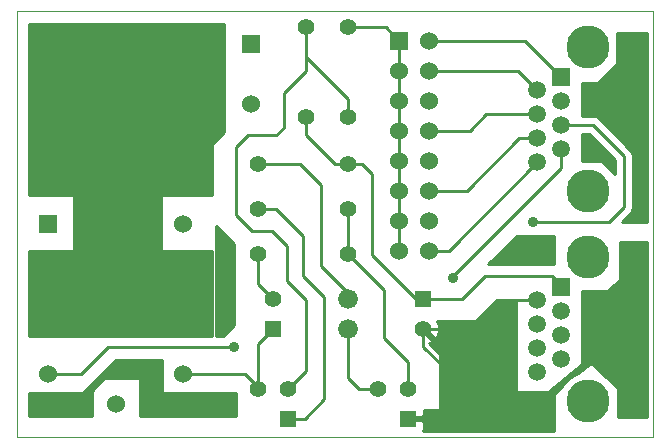
<source format=gbl>
G04 (created by PCBNEW (22-Jun-2014 BZR 4027)-stable) date Cts 25 Nis 2020 13:37:24 +03*
%MOIN*%
G04 Gerber Fmt 3.4, Leading zero omitted, Abs format*
%FSLAX34Y34*%
G01*
G70*
G90*
G04 APERTURE LIST*
%ADD10C,0.00590551*%
%ADD11C,0.00393701*%
%ADD12C,0.1437*%
%ADD13R,0.0591X0.0591*%
%ADD14C,0.0591*%
%ADD15R,0.055X0.055*%
%ADD16C,0.055*%
%ADD17R,0.06X0.06*%
%ADD18C,0.06*%
%ADD19C,0.066*%
%ADD20C,0.035*%
%ADD21C,0.01*%
G04 APERTURE END LIST*
G54D10*
G54D11*
X6450Y-6400D02*
X6450Y-6450D01*
X27650Y-6400D02*
X27650Y-6450D01*
X6450Y-6400D02*
X27650Y-6400D01*
X6450Y-6500D02*
X6450Y-6450D01*
X6450Y-20600D02*
X6450Y-6500D01*
X27650Y-20600D02*
X6450Y-20600D01*
X27650Y-6450D02*
X27650Y-20600D01*
G54D12*
X25500Y-7600D03*
X25500Y-12400D03*
G54D13*
X24600Y-8600D03*
G54D14*
X23800Y-9050D03*
X24600Y-9400D03*
X23800Y-9850D03*
X24600Y-10200D03*
X23800Y-10650D03*
X24600Y-11000D03*
X23800Y-11450D03*
G54D15*
X19500Y-20000D03*
G54D16*
X19500Y-19000D03*
X18500Y-19000D03*
G54D15*
X15500Y-20000D03*
G54D16*
X15500Y-19000D03*
X14500Y-19000D03*
X17500Y-14500D03*
X14500Y-14500D03*
X17500Y-13000D03*
X14500Y-13000D03*
X16100Y-9950D03*
X16100Y-6950D03*
X17500Y-6950D03*
X17500Y-9950D03*
X17500Y-11500D03*
X14500Y-11500D03*
G54D17*
X19200Y-7400D03*
G54D18*
X20200Y-7400D03*
X19200Y-8400D03*
X20200Y-8400D03*
X19200Y-9400D03*
X20200Y-9400D03*
X19200Y-10400D03*
X20200Y-10400D03*
X19200Y-11400D03*
X20200Y-11400D03*
X19200Y-12400D03*
X20200Y-12400D03*
X19200Y-13400D03*
X20200Y-13400D03*
X19200Y-14400D03*
X20200Y-14400D03*
G54D19*
X17500Y-16000D03*
X17500Y-17000D03*
G54D15*
X15000Y-17000D03*
G54D16*
X15000Y-16000D03*
G54D15*
X20000Y-16000D03*
G54D16*
X20000Y-17000D03*
G54D12*
X25500Y-14600D03*
X25500Y-19400D03*
G54D13*
X24600Y-15600D03*
G54D14*
X23800Y-16050D03*
X24600Y-16400D03*
X23800Y-16850D03*
X24600Y-17200D03*
X23800Y-17650D03*
X24600Y-18000D03*
X23800Y-18450D03*
G54D17*
X14250Y-7500D03*
G54D18*
X14250Y-9500D03*
G54D17*
X7500Y-13500D03*
G54D18*
X7500Y-18500D03*
X9750Y-19500D03*
X12000Y-18500D03*
X12000Y-13500D03*
G54D20*
X21000Y-15300D03*
X23650Y-13450D03*
X13700Y-17600D03*
G54D21*
X14500Y-14500D02*
X14500Y-15500D01*
X14500Y-15500D02*
X15000Y-16000D01*
X20000Y-17000D02*
X20000Y-17600D01*
X20000Y-17600D02*
X20950Y-18550D01*
X20950Y-18550D02*
X20950Y-19300D01*
X20950Y-19300D02*
X20250Y-20000D01*
X20250Y-20000D02*
X19500Y-20000D01*
X23800Y-16050D02*
X22450Y-16050D01*
X22450Y-16050D02*
X21500Y-17000D01*
X21500Y-17000D02*
X20000Y-17000D01*
X14500Y-13000D02*
X15101Y-13024D01*
X16050Y-20000D02*
X16700Y-19350D01*
X16700Y-15950D02*
X16000Y-15250D01*
X16700Y-19350D02*
X16700Y-15950D01*
X16000Y-15250D02*
X15985Y-13914D01*
X15985Y-13914D02*
X15101Y-13024D01*
X16050Y-20000D02*
X15500Y-20000D01*
X20200Y-14400D02*
X20850Y-14400D01*
X20850Y-14400D02*
X23800Y-11450D01*
X24600Y-11000D02*
X24600Y-11650D01*
X23800Y-12450D02*
X21000Y-15250D01*
X21000Y-15250D02*
X21000Y-15300D01*
X24600Y-11650D02*
X23800Y-12450D01*
X20200Y-12400D02*
X21450Y-12400D01*
X23200Y-10650D02*
X23800Y-10650D01*
X21450Y-12400D02*
X23200Y-10650D01*
X24600Y-10200D02*
X25650Y-10200D01*
X26200Y-13450D02*
X23650Y-13450D01*
X26700Y-12950D02*
X26200Y-13450D01*
X26700Y-11250D02*
X26700Y-12950D01*
X25650Y-10200D02*
X26700Y-11250D01*
X20200Y-10400D02*
X21550Y-10400D01*
X22100Y-9850D02*
X23800Y-9850D01*
X21550Y-10400D02*
X22100Y-9850D01*
X16100Y-7975D02*
X16100Y-8400D01*
X16100Y-18400D02*
X15500Y-19000D01*
X16103Y-16050D02*
X16100Y-18400D01*
X15461Y-15398D02*
X16103Y-16050D01*
X15464Y-14250D02*
X15461Y-15398D01*
X14950Y-13750D02*
X15464Y-14250D01*
X14300Y-13750D02*
X14950Y-13750D01*
X13750Y-13200D02*
X14300Y-13750D01*
X13750Y-10950D02*
X13750Y-13200D01*
X14150Y-10550D02*
X13750Y-10950D01*
X15100Y-10550D02*
X14150Y-10550D01*
X15350Y-10300D02*
X15100Y-10550D01*
X15350Y-9150D02*
X15350Y-10300D01*
X16100Y-8400D02*
X15350Y-9150D01*
X16100Y-6950D02*
X16100Y-7975D01*
X16100Y-7975D02*
X16100Y-7950D01*
X17500Y-9350D02*
X17500Y-9950D01*
X16100Y-7950D02*
X17500Y-9350D01*
X23800Y-9050D02*
X23150Y-8400D01*
X23150Y-8400D02*
X20200Y-8400D01*
X24600Y-8600D02*
X23400Y-7400D01*
X23400Y-7400D02*
X20200Y-7400D01*
X19200Y-7400D02*
X18750Y-6950D01*
X18750Y-6950D02*
X17500Y-6950D01*
X19200Y-7400D02*
X19200Y-8400D01*
X19200Y-8400D02*
X19200Y-9400D01*
X19200Y-9400D02*
X19200Y-10400D01*
X19200Y-10400D02*
X19200Y-11400D01*
X19200Y-11400D02*
X19200Y-12400D01*
X19200Y-12400D02*
X19200Y-13400D01*
X19200Y-13400D02*
X19200Y-14400D01*
X19500Y-19000D02*
X19500Y-18100D01*
X19500Y-18100D02*
X18700Y-17300D01*
X18700Y-17300D02*
X18700Y-15700D01*
X17500Y-14500D02*
X17500Y-13000D01*
X18700Y-15700D02*
X17500Y-14500D01*
X17500Y-16000D02*
X17500Y-15800D01*
X15900Y-11500D02*
X14500Y-11500D01*
X16600Y-12200D02*
X15900Y-11500D01*
X16600Y-14900D02*
X16600Y-12200D01*
X17500Y-15800D02*
X16600Y-14900D01*
X7500Y-18500D02*
X8600Y-18500D01*
X9500Y-17600D02*
X13700Y-17600D01*
X8600Y-18500D02*
X9500Y-17600D01*
X18500Y-19000D02*
X17850Y-19000D01*
X17500Y-18650D02*
X17500Y-17000D01*
X17850Y-19000D02*
X17500Y-18650D01*
X17500Y-11500D02*
X17950Y-11500D01*
X17950Y-11500D02*
X18300Y-11850D01*
X18300Y-11850D02*
X18300Y-14550D01*
X18300Y-14550D02*
X19750Y-16000D01*
X19750Y-16000D02*
X20000Y-16000D01*
X17500Y-11500D02*
X17050Y-11500D01*
X16100Y-10550D02*
X17050Y-11500D01*
X16100Y-10550D02*
X16100Y-9950D01*
X14500Y-19000D02*
X14500Y-17500D01*
X14500Y-17500D02*
X15000Y-17000D01*
X12000Y-18500D02*
X14050Y-18500D01*
X14500Y-18950D02*
X14500Y-19000D01*
X14050Y-18500D02*
X14500Y-18950D01*
X24600Y-15600D02*
X24600Y-15550D01*
X21300Y-16000D02*
X20000Y-16000D01*
X22050Y-15250D02*
X21300Y-16000D01*
X24300Y-15250D02*
X22050Y-15250D01*
X24600Y-15550D02*
X24300Y-15250D01*
G54D10*
G36*
X13350Y-10429D02*
X12950Y-10829D01*
X12950Y-12550D01*
X11250Y-12550D01*
X11250Y-14400D01*
X12950Y-14400D01*
X12950Y-17250D01*
X6850Y-17250D01*
X6850Y-14400D01*
X8350Y-14400D01*
X8350Y-12550D01*
X6850Y-12550D01*
X6850Y-6850D01*
X13350Y-6850D01*
X13350Y-10429D01*
X13350Y-10429D01*
G37*
G54D21*
X13350Y-10429D02*
X12950Y-10829D01*
X12950Y-12550D01*
X11250Y-12550D01*
X11250Y-14400D01*
X12950Y-14400D01*
X12950Y-17250D01*
X6850Y-17250D01*
X6850Y-14400D01*
X8350Y-14400D01*
X8350Y-12550D01*
X6850Y-12550D01*
X6850Y-6850D01*
X13350Y-6850D01*
X13350Y-10429D01*
G54D10*
G36*
X13750Y-19900D02*
X10550Y-19900D01*
X10550Y-19100D01*
X10550Y-18650D01*
X9379Y-18650D01*
X8950Y-19079D01*
X8950Y-19900D01*
X6850Y-19900D01*
X6850Y-19150D01*
X8670Y-19150D01*
X9770Y-18050D01*
X11300Y-18050D01*
X11300Y-19150D01*
X13750Y-19150D01*
X13750Y-19900D01*
X13750Y-19900D01*
G37*
G54D21*
X13750Y-19900D02*
X10550Y-19900D01*
X10550Y-19100D01*
X10550Y-18650D01*
X9379Y-18650D01*
X8950Y-19079D01*
X8950Y-19900D01*
X6850Y-19900D01*
X6850Y-19150D01*
X8670Y-19150D01*
X9770Y-18050D01*
X11300Y-18050D01*
X11300Y-19150D01*
X13750Y-19150D01*
X13750Y-19900D01*
G54D10*
G36*
X13700Y-16879D02*
X13329Y-17250D01*
X13100Y-17250D01*
X13100Y-13570D01*
X13700Y-14170D01*
X13700Y-16879D01*
X13700Y-16879D01*
G37*
G54D21*
X13700Y-16879D02*
X13329Y-17250D01*
X13100Y-17250D01*
X13100Y-13570D01*
X13700Y-14170D01*
X13700Y-16879D01*
G54D10*
G36*
X27450Y-19950D02*
X26500Y-19950D01*
X26500Y-18978D01*
X25602Y-18133D01*
X25181Y-18483D01*
X24952Y-18578D01*
X24679Y-18850D01*
X24646Y-18929D01*
X24350Y-19176D01*
X24350Y-20000D01*
X24350Y-20400D01*
X19993Y-20400D01*
X20025Y-20324D01*
X20025Y-20112D01*
X19962Y-20050D01*
X19550Y-20050D01*
X19550Y-20057D01*
X19450Y-20057D01*
X19450Y-20050D01*
X19442Y-20050D01*
X19442Y-19950D01*
X19450Y-19950D01*
X19450Y-19942D01*
X19550Y-19942D01*
X19550Y-19950D01*
X19962Y-19950D01*
X20025Y-19887D01*
X20025Y-19700D01*
X20550Y-19700D01*
X20550Y-17829D01*
X20208Y-17487D01*
X20272Y-17460D01*
X20297Y-17367D01*
X20000Y-17070D01*
X19994Y-17076D01*
X19923Y-17005D01*
X19929Y-17000D01*
X19923Y-16994D01*
X19994Y-16923D01*
X20000Y-16929D01*
X20005Y-16923D01*
X20076Y-16994D01*
X20070Y-17000D01*
X20367Y-17297D01*
X20460Y-17272D01*
X20529Y-17075D01*
X20518Y-16867D01*
X20469Y-16750D01*
X21200Y-16750D01*
X21820Y-16750D01*
X22470Y-16100D01*
X23100Y-16100D01*
X23100Y-19100D01*
X24167Y-19100D01*
X25300Y-18173D01*
X25300Y-15750D01*
X26118Y-15750D01*
X26550Y-15372D01*
X26550Y-14100D01*
X27450Y-14100D01*
X27450Y-19950D01*
X27450Y-19950D01*
G37*
G54D21*
X27450Y-19950D02*
X26500Y-19950D01*
X26500Y-18978D01*
X25602Y-18133D01*
X25181Y-18483D01*
X24952Y-18578D01*
X24679Y-18850D01*
X24646Y-18929D01*
X24350Y-19176D01*
X24350Y-20000D01*
X24350Y-20400D01*
X19993Y-20400D01*
X20025Y-20324D01*
X20025Y-20112D01*
X19962Y-20050D01*
X19550Y-20050D01*
X19550Y-20057D01*
X19450Y-20057D01*
X19450Y-20050D01*
X19442Y-20050D01*
X19442Y-19950D01*
X19450Y-19950D01*
X19450Y-19942D01*
X19550Y-19942D01*
X19550Y-19950D01*
X19962Y-19950D01*
X20025Y-19887D01*
X20025Y-19700D01*
X20550Y-19700D01*
X20550Y-17829D01*
X20208Y-17487D01*
X20272Y-17460D01*
X20297Y-17367D01*
X20000Y-17070D01*
X19994Y-17076D01*
X19923Y-17005D01*
X19929Y-17000D01*
X19923Y-16994D01*
X19994Y-16923D01*
X20000Y-16929D01*
X20005Y-16923D01*
X20076Y-16994D01*
X20070Y-17000D01*
X20367Y-17297D01*
X20460Y-17272D01*
X20529Y-17075D01*
X20518Y-16867D01*
X20469Y-16750D01*
X21200Y-16750D01*
X21820Y-16750D01*
X22470Y-16100D01*
X23100Y-16100D01*
X23100Y-19100D01*
X24167Y-19100D01*
X25300Y-18173D01*
X25300Y-15750D01*
X26118Y-15750D01*
X26550Y-15372D01*
X26550Y-14100D01*
X27450Y-14100D01*
X27450Y-19950D01*
G54D10*
G36*
X26400Y-11829D02*
X25970Y-11400D01*
X25700Y-11400D01*
X25300Y-11400D01*
X25300Y-10500D01*
X25525Y-10500D01*
X26400Y-11374D01*
X26400Y-11829D01*
X26400Y-11829D01*
G37*
G54D21*
X26400Y-11829D02*
X25970Y-11400D01*
X25700Y-11400D01*
X25300Y-11400D01*
X25300Y-10500D01*
X25525Y-10500D01*
X26400Y-11374D01*
X26400Y-11829D01*
G54D10*
G36*
X27450Y-13450D02*
X26624Y-13450D01*
X26912Y-13162D01*
X26912Y-13162D01*
X26977Y-13064D01*
X26999Y-12950D01*
X27000Y-12950D01*
X27000Y-11250D01*
X26977Y-11135D01*
X26912Y-11037D01*
X26912Y-11037D01*
X25862Y-9987D01*
X25764Y-9922D01*
X25650Y-9900D01*
X25300Y-9900D01*
X25300Y-8800D01*
X25820Y-8800D01*
X26450Y-8170D01*
X26450Y-7837D01*
X26468Y-7793D01*
X26468Y-7787D01*
X26470Y-7781D01*
X26468Y-7594D01*
X26468Y-7408D01*
X26466Y-7402D01*
X26466Y-7396D01*
X26450Y-7357D01*
X26450Y-7150D01*
X27450Y-7150D01*
X27450Y-13450D01*
X27450Y-13450D01*
G37*
G54D21*
X27450Y-13450D02*
X26624Y-13450D01*
X26912Y-13162D01*
X26912Y-13162D01*
X26977Y-13064D01*
X26999Y-12950D01*
X27000Y-12950D01*
X27000Y-11250D01*
X26977Y-11135D01*
X26912Y-11037D01*
X26912Y-11037D01*
X25862Y-9987D01*
X25764Y-9922D01*
X25650Y-9900D01*
X25300Y-9900D01*
X25300Y-8800D01*
X25820Y-8800D01*
X26450Y-8170D01*
X26450Y-7837D01*
X26468Y-7793D01*
X26468Y-7787D01*
X26470Y-7781D01*
X26468Y-7594D01*
X26468Y-7408D01*
X26466Y-7402D01*
X26466Y-7396D01*
X26450Y-7357D01*
X26450Y-7150D01*
X27450Y-7150D01*
X27450Y-13450D01*
G54D10*
G36*
X24350Y-14850D02*
X22170Y-14850D01*
X23120Y-13900D01*
X23505Y-13900D01*
X23565Y-13924D01*
X23734Y-13925D01*
X23794Y-13900D01*
X24350Y-13900D01*
X24350Y-14850D01*
X24350Y-14850D01*
G37*
G54D21*
X24350Y-14850D02*
X22170Y-14850D01*
X23120Y-13900D01*
X23505Y-13900D01*
X23565Y-13924D01*
X23734Y-13925D01*
X23794Y-13900D01*
X24350Y-13900D01*
X24350Y-14850D01*
M02*

</source>
